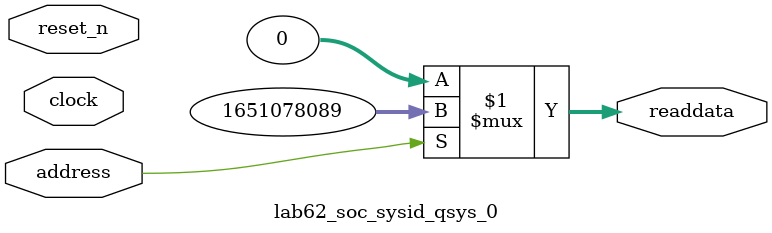
<source format=v>



// synthesis translate_off
`timescale 1ns / 1ps
// synthesis translate_on

// turn off superfluous verilog processor warnings 
// altera message_level Level1 
// altera message_off 10034 10035 10036 10037 10230 10240 10030 

module lab62_soc_sysid_qsys_0 (
               // inputs:
                address,
                clock,
                reset_n,

               // outputs:
                readdata
             )
;

  output  [ 31: 0] readdata;
  input            address;
  input            clock;
  input            reset_n;

  wire    [ 31: 0] readdata;
  //control_slave, which is an e_avalon_slave
  assign readdata = address ? 1651078089 : 0;

endmodule



</source>
